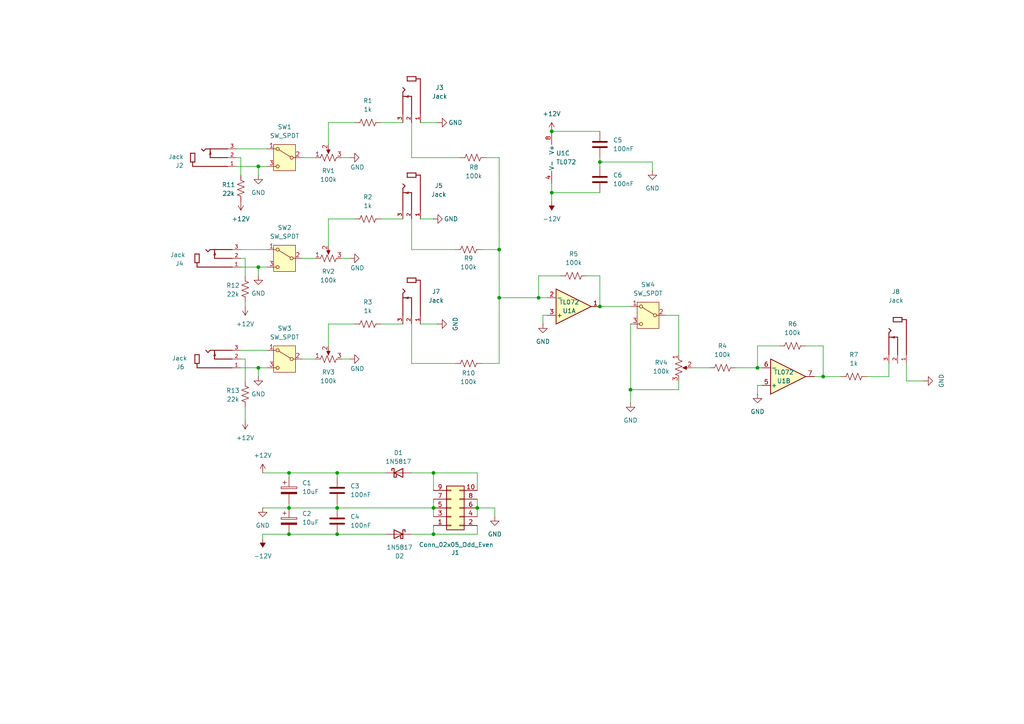
<source format=kicad_sch>
(kicad_sch (version 20250114) (generator "eeschema") (generator_version "9.0")
  (paper "A4")
  (lib_symbols
    (symbol "Amplifier_Operational:TL072" (pin_names (offset 0.127))
      (property "Reference" "U" (at 0 5.08 0))
      (property "Value" "TL072" (at 0 -5.08 0))
      (symbol "TL072_1_1"
        (polyline (pts (xy -5.08 5.08) (xy 5.08 0) (xy -5.08 -5.08) (xy -5.08 5.08)) (stroke (width 0.254)) (fill (type background)))
        (pin input line (at -7.62 2.54 0) (length 2.54) (name "+") (number "3"))
        (pin input line (at -7.62 -2.54 0) (length 2.54) (name "-") (number "2"))
        (pin output line (at 7.62 0 180) (length 2.54) (name "~") (number "1"))
      )
      (symbol "TL072_2_1"
        (polyline (pts (xy -5.08 5.08) (xy 5.08 0) (xy -5.08 -5.08) (xy -5.08 5.08)) (stroke (width 0.254)) (fill (type background)))
        (pin input line (at -7.62 2.54 0) (length 2.54) (name "+") (number "5"))
        (pin input line (at -7.62 -2.54 0) (length 2.54) (name "-") (number "6"))
        (pin output line (at 7.62 0 180) (length 2.54) (name "~") (number "7"))
      )
      (symbol "TL072_3_1"
        (pin power_in line (at -2.54 7.62 270) (length 3.81) (name "V+") (number "8"))
        (pin power_in line (at -2.54 -7.62 90) (length 3.81) (name "V-") (number "4"))
      )
    )
    (symbol "Connector_Generic:Conn_02x05_Odd_Even" (pin_names (offset 1.016) (hide yes))
      (property "Reference" "J" (at 1.27 7.62 0))
      (property "Value" "Conn_02x05_Odd_Even" (at 1.27 -7.62 0))
      (symbol "Conn_02x05_Odd_Even_1_1"
        (rectangle (start -1.27 6.35) (end 3.81 -6.35) (stroke (width 0.254)) (fill (type background)))
        (rectangle (start -1.27 5.207) (end 0 4.953) (stroke (width 0.1524)))
        (rectangle (start -1.27 2.667) (end 0 2.413) (stroke (width 0.1524)))
        (rectangle (start -1.27 0.127) (end 0 -0.127) (stroke (width 0.1524)))
        (rectangle (start -1.27 -2.413) (end 0 -2.667) (stroke (width 0.1524)))
        (rectangle (start -1.27 -4.953) (end 0 -5.207) (stroke (width 0.1524)))
        (rectangle (start 3.81 5.207) (end 2.54 4.953) (stroke (width 0.1524)))
        (rectangle (start 3.81 2.667) (end 2.54 2.413) (stroke (width 0.1524)))
        (rectangle (start 3.81 0.127) (end 2.54 -0.127) (stroke (width 0.1524)))
        (rectangle (start 3.81 -2.413) (end 2.54 -2.667) (stroke (width 0.1524)))
        (rectangle (start 3.81 -4.953) (end 2.54 -5.207) (stroke (width 0.1524)))
        (pin passive line (at -5.08 5.08 0) (length 3.81) (name "Pin_1") (number "1"))
        (pin passive line (at -5.08 2.54 0) (length 3.81) (name "Pin_3") (number "3"))
        (pin passive line (at -5.08 0 0) (length 3.81) (name "Pin_5") (number "5"))
        (pin passive line (at -5.08 -2.54 0) (length 3.81) (name "Pin_7") (number "7"))
        (pin passive line (at -5.08 -5.08 0) (length 3.81) (name "Pin_9") (number "9"))
        (pin passive line (at 7.62 5.08 180) (length 3.81) (name "Pin_2") (number "2"))
        (pin passive line (at 7.62 2.54 180) (length 3.81) (name "Pin_4") (number "4"))
        (pin passive line (at 7.62 0 180) (length 3.81) (name "Pin_6") (number "6"))
        (pin passive line (at 7.62 -2.54 180) (length 3.81) (name "Pin_8") (number "8"))
        (pin passive line (at 7.62 -5.08 180) (length 3.81) (name "Pin_10") (number "10"))
      )
    )
    (symbol "Device:C" (pin_numbers (hide yes)) (pin_names (offset 0.254))
      (property "Reference" "C" (at 0.635 2.54 0))
      (property "Value" "C" (at 0.635 -2.54 0))
      (symbol "C_0_1"
        (polyline (pts (xy -2.032 0.762) (xy 2.032 0.762)) (stroke (width 0.508)))
        (polyline (pts (xy -2.032 -0.762) (xy 2.032 -0.762)) (stroke (width 0.508)))
      )
      (symbol "C_1_1"
        (pin passive line (at 0 3.81 270) (length 2.794) (name "~") (number "1"))
        (pin passive line (at 0 -3.81 90) (length 2.794) (name "~") (number "2"))
      )
    )
    (symbol "Device:C_Polarized" (pin_numbers (hide yes)) (pin_names (offset 0.254))
      (property "Reference" "C" (at 0.635 2.54 0))
      (property "Value" "C_Polarized" (at 0.635 -2.54 0))
      (symbol "C_Polarized_0_1"
        (rectangle (start -2.286 0.508) (end 2.286 1.016))
        (polyline (pts (xy -1.778 2.286) (xy -0.762 2.286)))
        (polyline (pts (xy -1.27 2.794) (xy -1.27 1.778)))
        (rectangle (start 2.286 -0.508) (end -2.286 -1.016) (fill (type outline)))
      )
      (symbol "C_Polarized_1_1"
        (pin passive line (at 0 3.81 270) (length 2.794) (name "~") (number "1"))
        (pin passive line (at 0 -3.81 90) (length 2.794) (name "~") (number "2"))
      )
    )
    (symbol "Device:R_Potentiometer_US" (pin_names (offset 1.016) (hide yes))
      (property "Reference" "RV" (at -4.445 0 90))
      (property "Value" "R_Potentiometer_US" (at -2.54 0 90))
      (symbol "R_Potentiometer_US_0_1"
        (polyline (pts (xy 0 2.54) (xy 0 2.286)))
        (polyline (pts (xy 0 2.286) (xy 1.016 1.905) (xy 0 1.524) (xy -1.016 1.143) (xy 0 0.762)))
        (polyline (pts (xy 0 0.762) (xy 1.016 0.381) (xy 0 0) (xy -1.016 -0.381) (xy 0 -0.762)))
        (polyline (pts (xy 0 -0.762) (xy 1.016 -1.143) (xy 0 -1.524) (xy -1.016 -1.905) (xy 0 -2.286)))
        (polyline (pts (xy 0 -2.286) (xy 0 -2.54)))
        (polyline (pts (xy 1.143 0) (xy 2.286 0.508) (xy 2.286 -0.508) (xy 1.143 0)) (fill (type outline)))
        (polyline (pts (xy 2.54 0) (xy 1.524 0)))
      )
      (symbol "R_Potentiometer_US_1_1"
        (pin passive line (at 0 3.81 270) (length 1.27) (name "1") (number "1"))
        (pin passive line (at 0 -3.81 90) (length 1.27) (name "3") (number "3"))
        (pin passive line (at 3.81 0 180) (length 1.27) (name "2") (number "2"))
      )
    )
    (symbol "Device:R_US" (pin_numbers (hide yes)) (pin_names (offset 0))
      (property "Reference" "R" (at 2.54 0 90))
      (property "Value" "R_US" (at -2.54 0 90))
      (symbol "R_US_0_1"
        (polyline (pts (xy 0 2.286) (xy 0 2.54)))
        (polyline (pts (xy 0 2.286) (xy 1.016 1.905) (xy 0 1.524) (xy -1.016 1.143) (xy 0 0.762)))
        (polyline (pts (xy 0 0.762) (xy 1.016 0.381) (xy 0 0) (xy -1.016 -0.381) (xy 0 -0.762)))
        (polyline (pts (xy 0 -0.762) (xy 1.016 -1.143) (xy 0 -1.524) (xy -1.016 -1.905) (xy 0 -2.286)))
        (polyline (pts (xy 0 -2.286) (xy 0 -2.54)))
      )
      (symbol "R_US_1_1"
        (pin passive line (at 0 3.81 270) (length 1.27) (name "~") (number "1"))
        (pin passive line (at 0 -3.81 90) (length 1.27) (name "~") (number "2"))
      )
    )
    (symbol "Diode:1N5817" (pin_numbers (hide yes)) (pin_names (offset 1.016) (hide yes))
      (property "Reference" "D" (at 0 2.54 0))
      (property "Value" "1N5817" (at 0 -2.54 0))
      (symbol "1N5817_0_1"
        (polyline (pts (xy -1.905 0.635) (xy -1.905 1.27) (xy -1.27 1.27) (xy -1.27 -1.27) (xy -0.635 -1.27) (xy -0.635 -0.635)) (stroke (width 0.254)))
        (polyline (pts (xy 1.27 1.27) (xy 1.27 -1.27) (xy -1.27 0) (xy 1.27 1.27)) (stroke (width 0.254)))
        (polyline (pts (xy 1.27 0) (xy -1.27 0)))
      )
      (symbol "1N5817_1_1"
        (pin passive line (at -3.81 0 0) (length 2.54) (name "K") (number "1"))
        (pin passive line (at 3.81 0 180) (length 2.54) (name "A") (number "2"))
      )
    )
    (symbol "Seattle_Synths:PJ398SM-12" (pin_names (offset 1.016) (hide yes))
      (property "Reference" "J" (at -5.08 2.54 0))
      (property "Value" "PJ398SM-12" (at -5.08 -8.89 0))
      (symbol "PJ398SM-12_0_0"
        (polyline (pts (xy -5.715 -1.27) (xy -5.08 -1.27)) (stroke (width 0.254)))
        (polyline (pts (xy -5.715 -3.81) (xy -5.715 -1.27)) (stroke (width 0.254)))
        (polyline (pts (xy -5.08 0) (xy -5.08 -1.27)) (stroke (width 0.254)))
        (polyline (pts (xy -5.08 -1.27) (xy -4.445 -1.27)) (stroke (width 0.254)))
        (polyline (pts (xy -4.445 -1.27) (xy -4.445 -3.81)) (stroke (width 0.254)))
        (polyline (pts (xy -4.445 -3.81) (xy -5.715 -3.81)) (stroke (width 0.254)))
        (polyline (pts (xy -1.905 -4.445) (xy -2.54 -5.08)) (stroke (width 0.254)))
        (polyline (pts (xy -1.27 -5.08) (xy -1.905 -4.445)) (stroke (width 0.254)))
        (polyline (pts (xy 0 -2.54) (xy 0 -5.08)) (stroke (width 0.254)))
        (polyline (pts (xy 0 -2.54) (xy 5.08 -2.54)) (stroke (width 0.254)))
        (polyline (pts (xy 0 -4.318) (xy 0.254 -3.556) (xy -0.254 -3.556)) (stroke (width 0.254)) (fill (type background)))
        (polyline (pts (xy 5.08 0) (xy -5.08 0)) (stroke (width 0.254)))
        (polyline (pts (xy 5.08 -5.08) (xy -1.27 -5.08)) (stroke (width 0.254)))
        (pin passive line (at 7.62 0 180) (length 2.54) (name "~") (number "1"))
        (pin passive line (at 7.62 -2.54 180) (length 2.54) (name "~") (number "2"))
        (pin passive line (at 7.62 -5.08 180) (length 2.54) (name "~") (number "3"))
      )
    )
    (symbol "Switch:SW_SPDT" (pin_names (offset 0) (hide yes))
      (property "Reference" "SW" (at 0 5.08 0))
      (property "Value" "SW_SPDT" (at 0 -5.08 0))
      (symbol "SW_SPDT_0_1"
        (circle (center -2.032 0) (radius 0.4572))
        (polyline (pts (xy -1.651 0.254) (xy 1.651 2.286)))
        (circle (center 2.032 2.54) (radius 0.4572))
        (circle (center 2.032 -2.54) (radius 0.4572))
      )
      (symbol "SW_SPDT_1_1"
        (rectangle (start -3.175 3.81) (end 3.175 -3.81) (fill (type background)))
        (pin passive line (at -5.08 0 0) (length 2.54) (name "B") (number "2"))
        (pin passive line (at 5.08 2.54 180) (length 2.54) (name "A") (number "1"))
        (pin passive line (at 5.08 -2.54 180) (length 2.54) (name "C") (number "3"))
      )
    )
    (symbol "power:+12V" (power) (pin_numbers (hide yes)) (pin_names (offset 0) (hide yes))
      (property "Value" "+12V" (at 0 3.556 0))
      (symbol "+12V_0_1"
        (polyline (pts (xy -0.762 1.27) (xy 0 2.54)))
        (polyline (pts (xy 0 2.54) (xy 0.762 1.27)))
        (polyline (pts (xy 0 0) (xy 0 2.54)))
      )
      (symbol "+12V_1_1"
        (pin power_in line (at 0 0 90) (length 0) (name "~") (number "1"))
      )
    )
    (symbol "power:-12V" (power) (pin_numbers (hide yes)) (pin_names (offset 0) (hide yes))
      (property "Value" "-12V" (at 0 3.556 0))
      (symbol "-12V_0_0"
        (pin power_in line (at 0 0 90) (length 0) (name "~") (number "1"))
      )
      (symbol "-12V_0_1"
        (polyline (pts (xy 0 0) (xy 0 1.27) (xy 0.762 1.27) (xy 0 2.54) (xy -0.762 1.27) (xy 0 1.27)) (fill (type outline)))
      )
    )
    (symbol "power:GND" (power) (pin_numbers (hide yes)) (pin_names (offset 0) (hide yes))
      (property "Value" "GND" (at 0 -3.81 0))
      (symbol "GND_0_1"
        (polyline (pts (xy 0 0) (xy 0 -1.27) (xy 1.27 -1.27) (xy 0 -2.54) (xy -1.27 -1.27) (xy 0 -1.27)))
      )
      (symbol "GND_1_1"
        (pin power_in line (at 0 0 270) (length 0) (name "~") (number "1"))
      )
    )
  )
  (junction (at 156.21 86.36))
  (junction (at 74.93 106.68))
  (junction (at 97.79 137.16))
  (junction (at 144.78 86.36))
  (junction (at 144.78 72.39))
  (junction (at 173.99 88.9))
  (junction (at 238.76 109.22))
  (junction (at 83.82 147.32))
  (junction (at 74.93 48.26))
  (junction (at 97.79 147.32))
  (junction (at 125.73 147.32))
  (junction (at 125.73 154.94))
  (junction (at 83.82 137.16))
  (junction (at 173.99 46.99))
  (junction (at 125.73 137.16))
  (junction (at 97.79 154.94))
  (junction (at 160.02 55.88))
  (junction (at 138.43 147.32))
  (junction (at 160.02 38.1))
  (junction (at 74.93 77.47))
  (junction (at 219.71 106.68))
  (junction (at 83.82 154.94))
  (junction (at 182.88 113.03))
  (wire (pts (xy 95.25 35.56) (xy 95.25 41.91)))
  (wire (pts (xy 138.43 147.32) (xy 138.43 149.86)))
  (wire (pts (xy 144.78 86.36) (xy 156.21 86.36)))
  (wire (pts (xy 182.88 93.98) (xy 182.88 113.03)))
  (wire (pts (xy 139.7 72.39) (xy 144.78 72.39)))
  (wire (pts (xy 219.71 100.33) (xy 219.71 106.68)))
  (wire (pts (xy 87.63 74.93) (xy 91.44 74.93)))
  (wire (pts (xy 97.79 154.94) (xy 83.82 154.94)))
  (wire (pts (xy 119.38 105.41) (xy 132.08 105.41)))
  (wire (pts (xy 125.73 152.4) (xy 125.73 154.94)))
  (wire (pts (xy 121.92 35.56) (xy 127 35.56)))
  (wire (pts (xy 69.85 45.72) (xy 68.58 45.72)))
  (wire (pts (xy 138.43 154.94) (xy 125.73 154.94)))
  (wire (pts (xy 119.38 72.39) (xy 132.08 72.39)))
  (wire (pts (xy 71.12 74.93) (xy 69.85 74.93)))
  (wire (pts (xy 125.73 63.5) (xy 121.92 63.5)))
  (wire (pts (xy 125.73 144.78) (xy 125.73 147.32)))
  (wire (pts (xy 119.38 45.72) (xy 133.35 45.72)))
  (wire (pts (xy 160.02 38.1) (xy 173.99 38.1)))
  (wire (pts (xy 143.51 147.32) (xy 138.43 147.32)))
  (wire (pts (xy 95.25 93.98) (xy 95.25 100.33)))
  (wire (pts (xy 139.7 105.41) (xy 144.78 105.41)))
  (wire (pts (xy 251.46 109.22) (xy 257.81 109.22)))
  (wire (pts (xy 158.75 91.44) (xy 157.48 91.44)))
  (wire (pts (xy 196.85 91.44) (xy 196.85 102.87)))
  (wire (pts (xy 99.06 45.72) (xy 101.6 45.72)))
  (wire (pts (xy 74.93 48.26) (xy 77.47 48.26)))
  (wire (pts (xy 119.38 93.98) (xy 119.38 105.41)))
  (wire (pts (xy 125.73 137.16) (xy 125.73 142.24)))
  (wire (pts (xy 97.79 137.16) (xy 111.76 137.16)))
  (wire (pts (xy 74.93 77.47) (xy 77.47 77.47)))
  (wire (pts (xy 173.99 88.9) (xy 182.88 88.9)))
  (wire (pts (xy 102.87 93.98) (xy 95.25 93.98)))
  (wire (pts (xy 193.04 91.44) (xy 196.85 91.44)))
  (wire (pts (xy 71.12 104.14) (xy 69.85 104.14)))
  (wire (pts (xy 156.21 86.36) (xy 158.75 86.36)))
  (wire (pts (xy 76.2 147.32) (xy 83.82 147.32)))
  (wire (pts (xy 213.36 106.68) (xy 219.71 106.68)))
  (wire (pts (xy 71.12 110.49) (xy 71.12 104.14)))
  (wire (pts (xy 71.12 88.9) (xy 71.12 87.63)))
  (wire (pts (xy 182.88 113.03) (xy 196.85 113.03)))
  (wire (pts (xy 68.58 48.26) (xy 74.93 48.26)))
  (wire (pts (xy 262.89 105.41) (xy 262.89 110.49)))
  (wire (pts (xy 160.02 55.88) (xy 173.99 55.88)))
  (wire (pts (xy 173.99 80.01) (xy 173.99 88.9)))
  (wire (pts (xy 160.02 55.88) (xy 160.02 53.34)))
  (wire (pts (xy 138.43 144.78) (xy 138.43 147.32)))
  (wire (pts (xy 144.78 86.36) (xy 144.78 105.41)))
  (wire (pts (xy 97.79 154.94) (xy 111.76 154.94)))
  (wire (pts (xy 110.49 63.5) (xy 116.84 63.5)))
  (wire (pts (xy 110.49 35.56) (xy 116.84 35.56)))
  (wire (pts (xy 69.85 77.47) (xy 74.93 77.47)))
  (wire (pts (xy 69.85 50.8) (xy 69.85 45.72)))
  (wire (pts (xy 138.43 137.16) (xy 138.43 142.24)))
  (wire (pts (xy 119.38 45.72) (xy 119.38 35.56)))
  (wire (pts (xy 196.85 113.03) (xy 196.85 110.49)))
  (wire (pts (xy 127 93.98) (xy 121.92 93.98)))
  (wire (pts (xy 138.43 137.16) (xy 125.73 137.16)))
  (wire (pts (xy 95.25 63.5) (xy 95.25 71.12)))
  (wire (pts (xy 69.85 101.6) (xy 77.47 101.6)))
  (wire (pts (xy 95.25 35.56) (xy 102.87 35.56)))
  (wire (pts (xy 83.82 138.43) (xy 83.82 137.16)))
  (wire (pts (xy 83.82 146.05) (xy 83.82 147.32)))
  (wire (pts (xy 262.89 110.49) (xy 267.97 110.49)))
  (wire (pts (xy 68.58 43.18) (xy 77.47 43.18)))
  (wire (pts (xy 74.93 106.68) (xy 77.47 106.68)))
  (wire (pts (xy 119.38 137.16) (xy 125.73 137.16)))
  (wire (pts (xy 83.82 154.94) (xy 76.2 154.94)))
  (wire (pts (xy 170.18 80.01) (xy 173.99 80.01)))
  (wire (pts (xy 233.68 100.33) (xy 238.76 100.33)))
  (wire (pts (xy 257.81 109.22) (xy 257.81 105.41)))
  (wire (pts (xy 99.06 104.14) (xy 101.6 104.14)))
  (wire (pts (xy 76.2 137.16) (xy 83.82 137.16)))
  (wire (pts (xy 157.48 91.44) (xy 157.48 93.98)))
  (wire (pts (xy 138.43 152.4) (xy 138.43 154.94)))
  (wire (pts (xy 238.76 109.22) (xy 243.84 109.22)))
  (wire (pts (xy 69.85 106.68) (xy 74.93 106.68)))
  (wire (pts (xy 220.98 111.76) (xy 219.71 111.76)))
  (wire (pts (xy 119.38 154.94) (xy 125.73 154.94)))
  (wire (pts (xy 69.85 72.39) (xy 77.47 72.39)))
  (wire (pts (xy 110.49 93.98) (xy 116.84 93.98)))
  (wire (pts (xy 97.79 147.32) (xy 125.73 147.32)))
  (wire (pts (xy 74.93 106.68) (xy 74.93 109.22)))
  (wire (pts (xy 173.99 46.99) (xy 173.99 48.26)))
  (wire (pts (xy 162.56 80.01) (xy 156.21 80.01)))
  (wire (pts (xy 99.06 74.93) (xy 101.6 74.93)))
  (wire (pts (xy 71.12 121.92) (xy 71.12 118.11)))
  (wire (pts (xy 236.22 109.22) (xy 238.76 109.22)))
  (wire (pts (xy 160.02 58.42) (xy 160.02 55.88)))
  (wire (pts (xy 182.88 113.03) (xy 182.88 116.84)))
  (wire (pts (xy 226.06 100.33) (xy 219.71 100.33)))
  (wire (pts (xy 71.12 80.01) (xy 71.12 74.93)))
  (wire (pts (xy 219.71 106.68) (xy 220.98 106.68)))
  (wire (pts (xy 87.63 104.14) (xy 91.44 104.14)))
  (wire (pts (xy 95.25 63.5) (xy 102.87 63.5)))
  (wire (pts (xy 125.73 147.32) (xy 125.73 149.86)))
  (wire (pts (xy 144.78 45.72) (xy 144.78 72.39)))
  (wire (pts (xy 219.71 111.76) (xy 219.71 114.3)))
  (wire (pts (xy 238.76 100.33) (xy 238.76 109.22)))
  (wire (pts (xy 97.79 146.05) (xy 97.79 147.32)))
  (wire (pts (xy 119.38 63.5) (xy 119.38 72.39)))
  (wire (pts (xy 143.51 149.86) (xy 143.51 147.32)))
  (wire (pts (xy 83.82 137.16) (xy 97.79 137.16)))
  (wire (pts (xy 76.2 154.94) (xy 76.2 156.21)))
  (wire (pts (xy 189.23 46.99) (xy 189.23 49.53)))
  (wire (pts (xy 156.21 80.01) (xy 156.21 86.36)))
  (wire (pts (xy 74.93 77.47) (xy 74.93 80.01)))
  (wire (pts (xy 74.93 48.26) (xy 74.93 50.8)))
  (wire (pts (xy 200.66 106.68) (xy 205.74 106.68)))
  (wire (pts (xy 144.78 72.39) (xy 144.78 86.36)))
  (wire (pts (xy 173.99 45.72) (xy 173.99 46.99)))
  (wire (pts (xy 87.63 45.72) (xy 91.44 45.72)))
  (wire (pts (xy 83.82 147.32) (xy 97.79 147.32)))
  (wire (pts (xy 97.79 138.43) (xy 97.79 137.16)))
  (wire (pts (xy 140.97 45.72) (xy 144.78 45.72)))
  (wire (pts (xy 173.99 46.99) (xy 189.23 46.99)))
  (symbol (lib_id "Device:R_US") (at 209.55 106.68 90) (unit 1)
    (property "Reference" "R4" (at 209.55 100.33 90))
    (property "Value" "100k" (at 209.55 102.87 90))
    (property "Footprint" "Resistor_SMD:R_0805_2012Metric_Pad1.20x1.40mm_HandSolder" (effects (hide yes)))
    (property "Description" "Resistor, US symbol" (effects (hide yes)))
  )
  (symbol (lib_id "Device:R_Potentiometer_US") (at 95.25 74.93 90) (unit 1)
    (property "Reference" "RV2" (at 95.25 78.74 90))
    (property "Value" "100k" (at 95.25 81.28 90))
    (property "Footprint" "Potentiometer_THT:Potentiometer_Bourns_PTA3043_Single_Slide" (effects (hide yes)))
    (property "Description" "Potentiometer, US symbol" (effects (hide yes)))
  )
  (symbol (lib_id "Switch:SW_SPDT") (at 82.55 74.93 0) (mirror y) (unit 1)
    (property "Reference" "SW2" (at 82.55 66.04 0))
    (property "Value" "SW_SPDT" (at 82.55 68.58 0))
    (property "Footprint" "benjiaomodular:ToggleSwitch_MTS-102_SPDT" (effects (hide yes)))
    (property "Description" "Switch, single pole double throw" (effects (hide yes)))
  )
  (symbol (lib_id "Device:C") (at 97.79 151.13 0) (unit 1)
    (property "Reference" "C4" (at 101.6 149.8599 0) (effects (justify left)))
    (property "Value" "100nF" (at 101.6 152.3999 0) (effects (justify left)))
    (property "Footprint" "Capacitor_SMD:C_0805_2012Metric_Pad1.18x1.45mm_HandSolder" (effects (hide yes)))
    (property "Description" "Unpolarized capacitor" (effects (hide yes)))
  )
  (symbol (lib_id "Device:R_US") (at 166.37 80.01 90) (unit 1)
    (property "Reference" "R5" (at 166.37 73.66 90))
    (property "Value" "100k" (at 166.37 76.2 90))
    (property "Footprint" "Resistor_SMD:R_0805_2012Metric_Pad1.20x1.40mm_HandSolder" (effects (hide yes)))
    (property "Description" "Resistor, US symbol" (effects (hide yes)))
  )
  (symbol (lib_id "Device:C_Polarized") (at 83.82 151.13 0) (unit 1)
    (property "Reference" "C2" (at 87.63 148.9709 0) (effects (justify left)))
    (property "Value" "10uF" (at 87.63 151.5109 0) (effects (justify left)))
    (property "Footprint" "Capacitor_SMD:CP_Elec_4x3" (effects (hide yes)))
    (property "Description" "Polarized capacitor" (effects (hide yes)))
  )
  (symbol (lib_id "power:GND") (at 219.71 114.3 0) (unit 1)
    (property "Reference" "#PWR06" (effects (hide yes)))
    (property "Value" "GND" (at 219.71 119.38 0))
    (property "Description" "Power symbol creates a global label with name \"GND\" , ground" (effects (hide yes)))
  )
  (symbol (lib_id "power:+12V") (at 71.12 88.9 180) (unit 1)
    (property "Reference" "#PWR019" (effects (hide yes)))
    (property "Value" "+12V" (at 71.12 93.98 0))
    (property "Description" "Power symbol creates a global label with name \"+12V\"" (effects (hide yes)))
  )
  (symbol (lib_id "power:GND") (at 267.97 110.49 90) (unit 1)
    (property "Reference" "#PWR013" (effects (hide yes)))
    (property "Value" "GND" (at 273.05 110.49 0))
    (property "Description" "Power symbol creates a global label with name \"GND\" , ground" (effects (hide yes)))
  )
  (symbol (lib_id "Device:C") (at 173.99 52.07 0) (unit 1)
    (property "Reference" "C6" (at 177.8 50.7999 0) (effects (justify left)))
    (property "Value" "100nF" (at 177.8 53.3399 0) (effects (justify left)))
    (property "Footprint" "Capacitor_SMD:C_0805_2012Metric_Pad1.18x1.45mm_HandSolder" (effects (hide yes)))
    (property "Description" "Unpolarized capacitor" (effects (hide yes)))
  )
  (symbol (lib_id "Amplifier_Operational:TL072") (at 166.37 88.9 0) (mirror x) (unit 1)
    (property "Reference" "U1" (at 165.1 90.17 0))
    (property "Value" "TL072" (at 165.1 87.63 0))
    (property "Footprint" "Package_SO:SOIC-8_3.9x4.9mm_P1.27mm" (effects (hide yes)))
    (property "Datasheet" "http://www.ti.com/lit/ds/symlink/tl071.pdf" (effects (hide yes)))
    (property "Description" "Dual Low-Noise JFET-Input Operational Amplifiers, DIP-8/SOIC-8" (effects (hide yes)))
  )
  (symbol (lib_id "Seattle_Synths:PJ398SM-12") (at 121.92 86.36 270) (unit 1)
    (property "Reference" "J7" (at 126.492 84.582 90))
    (property "Value" "Jack" (at 126.492 87.122 90))
    (property "Footprint" "THONK_PJ398SM-12" (effects (hide yes)))
    (property "Description" "Audio Jack, 2 Poles (Mono / TS), Switched T Pole (Normalling)" (effects (hide yes)))
    (property "MAXIMUM_PACKAGE_HEIGHT" "14.5 mm" (effects (hide yes)))
    (property "STANDARD" "Manufacturer Recommendations" (effects (hide yes)))
    (property "PARTREV" "1" (effects (hide yes)))
    (property "MANUFACTURER" "Thonk" (effects (hide yes)))
  )
  (symbol (lib_id "Seattle_Synths:PJ398SM-12") (at 62.23 77.47 0) (mirror x) (unit 1)
    (property "Reference" "J4" (at 52.07 76.454 0))
    (property "Value" "Jack" (at 51.562 73.914 0))
    (property "Footprint" "THONK_PJ398SM-12" (effects (hide yes)))
    (property "Description" "Audio Jack, 2 Poles (Mono / TS), Switched T Pole (Normalling)" (effects (hide yes)))
    (property "MAXIMUM_PACKAGE_HEIGHT" "14.5 mm" (effects (hide yes)))
    (property "STANDARD" "Manufacturer Recommendations" (effects (hide yes)))
    (property "PARTREV" "1" (effects (hide yes)))
    (property "MANUFACTURER" "Thonk" (effects (hide yes)))
  )
  (symbol (lib_id "Device:R_US") (at 135.89 105.41 90) (unit 1)
    (property "Reference" "R10" (at 135.89 108.204 90))
    (property "Value" "100k" (at 135.89 110.744 90))
    (property "Footprint" "Resistor_SMD:R_0805_2012Metric_Pad1.20x1.40mm_HandSolder" (effects (hide yes)))
    (property "Description" "Resistor, US symbol" (effects (hide yes)))
  )
  (symbol (lib_id "power:+12V") (at 160.02 38.1 0) (unit 1)
    (property "Reference" "#PWR014" (effects (hide yes)))
    (property "Value" "+12V" (at 160.02 33.02 0))
    (property "Description" "Power symbol creates a global label with name \"+12V\"" (effects (hide yes)))
  )
  (symbol (lib_id "power:GND") (at 143.51 149.86 0) (unit 1)
    (property "Reference" "#PWR01" (effects (hide yes)))
    (property "Value" "GND" (at 143.51 154.94 0))
    (property "Description" "Power symbol creates a global label with name \"GND\" , ground" (effects (hide yes)))
  )
  (symbol (lib_id "power:GND") (at 74.93 80.01 0) (unit 1)
    (property "Reference" "#PWR018" (effects (hide yes)))
    (property "Value" "GND" (at 74.93 85.09 0))
    (property "Description" "Power symbol creates a global label with name \"GND\" , ground" (effects (hide yes)))
  )
  (symbol (lib_id "Amplifier_Operational:TL072") (at 228.6 109.22 0) (mirror x) (unit 2)
    (property "Reference" "U1" (at 227.33 110.49 0))
    (property "Value" "TL072" (at 227.33 107.95 0))
    (property "Footprint" "Package_SO:SOIC-8_3.9x4.9mm_P1.27mm" (effects (hide yes)))
    (property "Datasheet" "http://www.ti.com/lit/ds/symlink/tl071.pdf" (effects (hide yes)))
    (property "Description" "Dual Low-Noise JFET-Input Operational Amplifiers, DIP-8/SOIC-8" (effects (hide yes)))
  )
  (symbol (lib_id "Device:R_US") (at 106.68 35.56 90) (unit 1)
    (property "Reference" "R1" (at 106.68 29.21 90))
    (property "Value" "1k" (at 106.68 31.75 90))
    (property "Footprint" "Resistor_SMD:R_0805_2012Metric_Pad1.20x1.40mm_HandSolder" (effects (hide yes)))
    (property "Description" "Resistor, US symbol" (effects (hide yes)))
  )
  (symbol (lib_id "power:GND") (at 127 35.56 90) (unit 1)
    (property "Reference" "#PWR08" (effects (hide yes)))
    (property "Value" "GND" (at 130.048 35.56 90) (effects (justify right)))
    (property "Description" "Power symbol creates a global label with name \"GND\" , ground" (effects (hide yes)))
  )
  (symbol (lib_id "Device:R_US") (at 106.68 93.98 90) (unit 1)
    (property "Reference" "R3" (at 106.68 87.63 90))
    (property "Value" "1k" (at 106.68 90.17 90))
    (property "Footprint" "Resistor_SMD:R_0805_2012Metric_Pad1.20x1.40mm_HandSolder" (effects (hide yes)))
    (property "Description" "Resistor, US symbol" (effects (hide yes)))
  )
  (symbol (lib_id "Device:R_US") (at 247.65 109.22 90) (unit 1)
    (property "Reference" "R7" (at 247.65 102.87 90))
    (property "Value" "1k" (at 247.65 105.41 90))
    (property "Footprint" "Resistor_SMD:R_0805_2012Metric_Pad1.20x1.40mm_HandSolder" (effects (hide yes)))
    (property "Description" "Resistor, US symbol" (effects (hide yes)))
  )
  (symbol (lib_id "power:GND") (at 101.6 45.72 90) (unit 1)
    (property "Reference" "#PWR022" (effects (hide yes)))
    (property "Value" "GND" (at 101.6 48.514 90) (effects (justify right)))
    (property "Description" "Power symbol creates a global label with name \"GND\" , ground" (effects (hide yes)))
  )
  (symbol (lib_id "power:GND") (at 182.88 116.84 0) (unit 1)
    (property "Reference" "#PWR017" (effects (hide yes)))
    (property "Value" "GND" (at 182.88 121.92 0))
    (property "Description" "Power symbol creates a global label with name \"GND\" , ground" (effects (hide yes)))
  )
  (symbol (lib_id "Device:C_Polarized") (at 83.82 142.24 0) (unit 1)
    (property "Reference" "C1" (at 87.63 140.0809 0) (effects (justify left)))
    (property "Value" "10uF" (at 87.63 142.6209 0) (effects (justify left)))
    (property "Footprint" "Capacitor_SMD:CP_Elec_4x3" (effects (hide yes)))
    (property "Description" "Polarized capacitor" (effects (hide yes)))
  )
  (symbol (lib_id "Device:R_Potentiometer_US") (at 196.85 106.68 0) (unit 1)
    (property "Reference" "RV4" (at 191.77 105.156 0))
    (property "Value" "100k" (at 191.77 107.696 0))
    (property "Footprint" "Potentiometer_THT:Potentiometer_Bourns_PTA3043_Single_Slide" (effects (hide yes)))
    (property "Description" "Potentiometer, US symbol" (effects (hide yes)))
  )
  (symbol (lib_id "Diode:1N5817") (at 115.57 154.94 0) (mirror y) (unit 1)
    (property "Reference" "D2" (at 115.8875 161.29 0))
    (property "Value" "1N5817" (at 115.8875 158.75 0))
    (property "Footprint" "Diode_SMD:D_SOD-323_HandSoldering" (effects (hide yes)))
    (property "Datasheet" "http://www.vishay.com/docs/88525/1n5817.pdf" (effects (hide yes)))
    (property "Description" "20V 1A Schottky Barrier Rectifier Diode, DO-41" (effects (hide yes)))
  )
  (symbol (lib_id "Seattle_Synths:PJ398SM-12") (at 262.89 97.79 270) (unit 1)
    (property "Reference" "J8" (at 259.842 84.582 90))
    (property "Value" "Jack" (at 259.842 87.122 90))
    (property "Footprint" "THONK_PJ398SM-12" (effects (hide yes)))
    (property "Description" "Audio Jack, 2 Poles (Mono / TS), Switched T Pole (Normalling)" (effects (hide yes)))
    (property "MAXIMUM_PACKAGE_HEIGHT" "14.5 mm" (effects (hide yes)))
    (property "STANDARD" "Manufacturer Recommendations" (effects (hide yes)))
    (property "PARTREV" "1" (effects (hide yes)))
    (property "MANUFACTURER" "Thonk" (effects (hide yes)))
  )
  (symbol (lib_id "Device:R_Potentiometer_US") (at 95.25 45.72 90) (unit 1)
    (property "Reference" "RV1" (at 95.25 49.53 90))
    (property "Value" "100k" (at 95.25 52.07 90))
    (property "Footprint" "Potentiometer_THT:Potentiometer_Bourns_PTA3043_Single_Slide" (effects (hide yes)))
    (property "Description" "Potentiometer, US symbol" (effects (hide yes)))
    (property "Sim.Device" "R" (effects (hide yes)))
    (property "Sim.Pins" "1=+ 2=-" (effects (hide yes)))
    (property "Sim.Params" "r=100k" (effects (hide yes)))
  )
  (symbol (lib_id "Device:R_US") (at 229.87 100.33 90) (unit 1)
    (property "Reference" "R6" (at 229.87 93.98 90))
    (property "Value" "100k" (at 229.87 96.52 90))
    (property "Footprint" "Resistor_SMD:R_0805_2012Metric_Pad1.20x1.40mm_HandSolder" (effects (hide yes)))
    (property "Description" "Resistor, US symbol" (effects (hide yes)))
  )
  (symbol (lib_id "Device:R_US") (at 137.16 45.72 90) (unit 1)
    (property "Reference" "R8" (at 137.414 48.514 90))
    (property "Value" "100k" (at 137.414 51.054 90))
    (property "Footprint" "Resistor_SMD:R_0805_2012Metric_Pad1.20x1.40mm_HandSolder" (effects (hide yes)))
    (property "Description" "Resistor, US symbol" (effects (hide yes)))
  )
  (symbol (lib_id "Switch:SW_SPDT") (at 187.96 91.44 0) (mirror y) (unit 1)
    (property "Reference" "SW4" (at 187.96 82.55 0))
    (property "Value" "SW_SPDT" (at 187.96 85.09 0))
    (property "Footprint" "benjiaomodular:ToggleSwitch_MTS-102_SPDT" (effects (hide yes)))
    (property "Description" "Switch, single pole double throw" (effects (hide yes)))
  )
  (symbol (lib_id "Device:R_US") (at 106.68 63.5 90) (unit 1)
    (property "Reference" "R2" (at 106.68 57.15 90))
    (property "Value" "1k" (at 106.68 59.69 90))
    (property "Footprint" "Resistor_SMD:R_0805_2012Metric_Pad1.20x1.40mm_HandSolder" (effects (hide yes)))
    (property "Description" "Resistor, US symbol" (effects (hide yes)))
  )
  (symbol (lib_id "Seattle_Synths:PJ398SM-12") (at 62.23 106.68 0) (mirror x) (unit 1)
    (property "Reference" "J6" (at 52.324 106.426 0))
    (property "Value" "Jack" (at 52.07 103.886 0))
    (property "Footprint" "THONK_PJ398SM-12" (effects (hide yes)))
    (property "Description" "Audio Jack, 2 Poles (Mono / TS), Switched T Pole (Normalling)" (effects (hide yes)))
    (property "MAXIMUM_PACKAGE_HEIGHT" "14.5 mm" (effects (hide yes)))
    (property "STANDARD" "Manufacturer Recommendations" (effects (hide yes)))
    (property "PARTREV" "1" (effects (hide yes)))
    (property "MANUFACTURER" "Thonk" (effects (hide yes)))
  )
  (symbol (lib_id "Device:R_US") (at 71.12 83.82 0) (unit 1)
    (property "Reference" "R12" (at 67.564 82.804 0))
    (property "Value" "22k" (at 67.564 85.344 0))
    (property "Footprint" "Resistor_SMD:R_0805_2012Metric_Pad1.20x1.40mm_HandSolder" (effects (hide yes)))
    (property "Description" "Resistor, US symbol" (effects (hide yes)))
  )
  (symbol (lib_id "power:+12V") (at 76.2 137.16 0) (unit 1)
    (property "Reference" "#PWR03" (effects (hide yes)))
    (property "Value" "+12V" (at 76.2 132.08 0))
    (property "Description" "Power symbol creates a global label with name \"+12V\"" (effects (hide yes)))
  )
  (symbol (lib_id "power:+12V") (at 71.12 121.92 180) (unit 1)
    (property "Reference" "#PWR011" (effects (hide yes)))
    (property "Value" "+12V" (at 71.12 127 0))
    (property "Description" "Power symbol creates a global label with name \"+12V\"" (effects (hide yes)))
  )
  (symbol (lib_id "power:GND") (at 157.48 93.98 0) (unit 1)
    (property "Reference" "#PWR05" (effects (hide yes)))
    (property "Value" "GND" (at 157.48 99.06 0))
    (property "Description" "Power symbol creates a global label with name \"GND\" , ground" (effects (hide yes)))
  )
  (symbol (lib_id "Device:C") (at 97.79 142.24 0) (unit 1)
    (property "Reference" "C3" (at 101.6 140.9699 0) (effects (justify left)))
    (property "Value" "100nF" (at 101.6 143.5099 0) (effects (justify left)))
    (property "Footprint" "Capacitor_SMD:C_0805_2012Metric_Pad1.18x1.45mm_HandSolder" (effects (hide yes)))
    (property "Description" "Unpolarized capacitor" (effects (hide yes)))
  )
  (symbol (lib_id "Seattle_Synths:PJ398SM-12") (at 121.92 27.94 270) (unit 1)
    (property "Reference" "J3" (at 127.508 25.4 90))
    (property "Value" "Jack" (at 127.508 27.94 90))
    (property "Footprint" "THONK_PJ398SM-12" (effects (hide yes)))
    (property "Description" "Audio Jack, 2 Poles (Mono / TS), Switched T Pole (Normalling)" (effects (hide yes)))
    (property "MAXIMUM_PACKAGE_HEIGHT" "14.5 mm" (effects (hide yes)))
    (property "STANDARD" "Manufacturer Recommendations" (effects (hide yes)))
    (property "PARTREV" "1" (effects (hide yes)))
    (property "MANUFACTURER" "Thonk" (effects (hide yes)))
  )
  (symbol (lib_id "power:-12V") (at 160.02 58.42 180) (unit 1)
    (property "Reference" "#PWR015" (effects (hide yes)))
    (property "Value" "-12V" (at 160.02 63.5 0))
    (property "Description" "Power symbol creates a global label with name \"-12V\"" (effects (hide yes)))
  )
  (symbol (lib_id "power:GND") (at 101.6 74.93 90) (unit 1)
    (property "Reference" "#PWR023" (effects (hide yes)))
    (property "Value" "GND" (at 101.6 77.724 90) (effects (justify right)))
    (property "Description" "Power symbol creates a global label with name \"GND\" , ground" (effects (hide yes)))
  )
  (symbol (lib_id "Device:R_Potentiometer_US") (at 95.25 104.14 90) (unit 1)
    (property "Reference" "RV3" (at 95.25 107.95 90))
    (property "Value" "100k" (at 95.25 110.49 90))
    (property "Footprint" "Potentiometer_THT:Potentiometer_Bourns_PTA3043_Single_Slide" (effects (hide yes)))
    (property "Description" "Potentiometer, US symbol" (effects (hide yes)))
  )
  (symbol (lib_id "Switch:SW_SPDT") (at 82.55 104.14 0) (mirror y) (unit 1)
    (property "Reference" "SW3" (at 82.55 95.25 0))
    (property "Value" "SW_SPDT" (at 82.55 97.79 0))
    (property "Footprint" "benjiaomodular:ToggleSwitch_MTS-102_SPDT" (effects (hide yes)))
    (property "Description" "Switch, single pole double throw" (effects (hide yes)))
  )
  (symbol (lib_id "Switch:SW_SPDT") (at 82.55 45.72 0) (mirror y) (unit 1)
    (property "Reference" "SW1" (at 82.55 36.83 0))
    (property "Value" "SW_SPDT" (at 82.55 39.37 0))
    (property "Footprint" "benjiaomodular:ToggleSwitch_MTS-102_SPDT" (effects (hide yes)))
    (property "Description" "Switch, single pole double throw" (effects (hide yes)))
  )
  (symbol (lib_id "Device:R_US") (at 71.12 114.3 0) (unit 1)
    (property "Reference" "R13" (at 67.564 113.284 0))
    (property "Value" "22k" (at 67.564 115.824 0))
    (property "Footprint" "Resistor_SMD:R_0805_2012Metric_Pad1.20x1.40mm_HandSolder" (effects (hide yes)))
    (property "Description" "Resistor, US symbol" (effects (hide yes)))
  )
  (symbol (lib_id "power:GND") (at 76.2 147.32 0) (unit 1)
    (property "Reference" "#PWR02" (effects (hide yes)))
    (property "Value" "GND" (at 76.2 152.4 0))
    (property "Description" "Power symbol creates a global label with name \"GND\" , ground" (effects (hide yes)))
  )
  (symbol (lib_id "power:GND") (at 74.93 50.8 0) (unit 1)
    (property "Reference" "#PWR07" (effects (hide yes)))
    (property "Value" "GND" (at 74.93 55.88 0))
    (property "Description" "Power symbol creates a global label with name \"GND\" , ground" (effects (hide yes)))
  )
  (symbol (lib_id "power:GND") (at 101.6 104.14 90) (unit 1)
    (property "Reference" "#PWR024" (effects (hide yes)))
    (property "Value" "GND" (at 101.6 106.934 90) (effects (justify right)))
    (property "Description" "Power symbol creates a global label with name \"GND\" , ground" (effects (hide yes)))
  )
  (symbol (lib_id "Amplifier_Operational:TL072") (at 162.56 45.72 0) (unit 3)
    (property "Reference" "U1" (at 161.29 44.4499 0) (effects (justify left)))
    (property "Value" "TL072" (at 161.29 46.9899 0) (effects (justify left)))
    (property "Footprint" "Package_SO:SOIC-8_3.9x4.9mm_P1.27mm" (effects (hide yes)))
    (property "Datasheet" "http://www.ti.com/lit/ds/symlink/tl071.pdf" (effects (hide yes)))
    (property "Description" "Dual Low-Noise JFET-Input Operational Amplifiers, DIP-8/SOIC-8" (effects (hide yes)))
  )
  (symbol (lib_id "power:GND") (at 125.73 63.5 90) (unit 1)
    (property "Reference" "#PWR010" (effects (hide yes)))
    (property "Value" "GND" (at 130.81 63.5 90))
    (property "Description" "Power symbol creates a global label with name \"GND\" , ground" (effects (hide yes)))
  )
  (symbol (lib_id "Seattle_Synths:PJ398SM-12") (at 60.96 48.26 0) (mirror x) (unit 1)
    (property "Reference" "J2" (at 52.07 48.006 0))
    (property "Value" "Jack" (at 51.054 45.466 0))
    (property "Footprint" "THONK_PJ398SM-12" (effects (hide yes)))
    (property "Description" "Audio Jack, 2 Poles (Mono / TS), Switched T Pole (Normalling)" (effects (hide yes)))
    (property "MAXIMUM_PACKAGE_HEIGHT" "14.5 mm" (effects (hide yes)))
    (property "STANDARD" "Manufacturer Recommendations" (effects (hide yes)))
    (property "PARTREV" "1" (effects (hide yes)))
    (property "MANUFACTURER" "Thonk" (effects (hide yes)))
  )
  (symbol (lib_id "Device:R_US") (at 135.89 72.39 90) (unit 1)
    (property "Reference" "R9" (at 135.89 74.93 90))
    (property "Value" "100k" (at 135.89 77.47 90))
    (property "Footprint" "Resistor_SMD:R_0805_2012Metric_Pad1.20x1.40mm_HandSolder" (effects (hide yes)))
    (property "Description" "Resistor, US symbol" (effects (hide yes)))
  )
  (symbol (lib_id "power:GND") (at 74.93 109.22 0) (unit 1)
    (property "Reference" "#PWR09" (effects (hide yes)))
    (property "Value" "GND" (at 74.93 114.3 0))
    (property "Description" "Power symbol creates a global label with name \"GND\" , ground" (effects (hide yes)))
  )
  (symbol (lib_id "power:GND") (at 127 93.98 90) (unit 1)
    (property "Reference" "#PWR012" (effects (hide yes)))
    (property "Value" "GND" (at 132.08 93.98 0))
    (property "Description" "Power symbol creates a global label with name \"GND\" , ground" (effects (hide yes)))
  )
  (symbol (lib_id "Device:C") (at 173.99 41.91 0) (unit 1)
    (property "Reference" "C5" (at 177.8 40.6399 0) (effects (justify left)))
    (property "Value" "100nF" (at 177.8 43.1799 0) (effects (justify left)))
    (property "Footprint" "Capacitor_SMD:C_0805_2012Metric_Pad1.18x1.45mm_HandSolder" (effects (hide yes)))
    (property "Description" "Unpolarized capacitor" (effects (hide yes)))
  )
  (symbol (lib_id "Connector_Generic:Conn_02x05_Odd_Even") (at 130.81 147.32 0) (mirror x) (unit 1)
    (property "Reference" "J1" (at 132.08 160.274 0))
    (property "Value" "Conn_02x05_Odd_Even" (at 132.334 157.988 0))
    (property "Footprint" "Connector_PinHeader_2.54mm:PinHeader_2x05_P2.54mm_Vertical" (effects (hide yes)))
    (property "Description" "Generic connector, double row, 02x05, odd/even pin numbering scheme (row 1 odd numbers, row 2 even numbers), script generated (kicad-library-utils/schlib/autogen/connector/)" (effects (hide yes)))
  )
  (symbol (lib_id "Diode:1N5817") (at 115.57 137.16 0) (unit 1)
    (property "Reference" "D1" (at 115.5446 131.318 0))
    (property "Value" "1N5817" (at 115.5446 133.858 0))
    (property "Footprint" "Diode_SMD:D_SOD-323_HandSoldering" (effects (hide yes)))
    (property "Datasheet" "http://www.vishay.com/docs/88525/1n5817.pdf" (effects (hide yes)))
    (property "Description" "20V 1A Schottky Barrier Rectifier Diode, DO-41" (effects (hide yes)))
  )
  (symbol (lib_id "power:GND") (at 189.23 49.53 0) (unit 1)
    (property "Reference" "#PWR016" (effects (hide yes)))
    (property "Value" "GND" (at 189.23 54.61 0))
    (property "Description" "Power symbol creates a global label with name \"GND\" , ground" (effects (hide yes)))
  )
  (symbol (lib_id "power:+12V") (at 69.85 58.42 180) (unit 1)
    (property "Reference" "#PWR020" (effects (hide yes)))
    (property "Value" "+12V" (at 69.85 63.5 0))
    (property "Description" "Power symbol creates a global label with name \"+12V\"" (effects (hide yes)))
  )
  (symbol (lib_id "Seattle_Synths:PJ398SM-12") (at 121.92 55.88 270) (unit 1)
    (property "Reference" "J5" (at 127.254 53.848 90))
    (property "Value" "Jack" (at 127.254 56.388 90))
    (property "Footprint" "THONK_PJ398SM-12" (effects (hide yes)))
    (property "Description" "Audio Jack, 2 Poles (Mono / TS), Switched T Pole (Normalling)" (effects (hide yes)))
    (property "MAXIMUM_PACKAGE_HEIGHT" "14.5 mm" (effects (hide yes)))
    (property "STANDARD" "Manufacturer Recommendations" (effects (hide yes)))
    (property "PARTREV" "1" (effects (hide yes)))
    (property "MANUFACTURER" "Thonk" (effects (hide yes)))
  )
  (symbol (lib_id "power:-12V") (at 76.2 156.21 180) (unit 1)
    (property "Reference" "#PWR04" (effects (hide yes)))
    (property "Value" "-12V" (at 76.2 161.29 0))
    (property "Description" "Power symbol creates a global label with name \"-12V\"" (effects (hide yes)))
  )
  (symbol (lib_id "Device:R_US") (at 69.85 54.61 0) (unit 1)
    (property "Reference" "R11" (at 66.294 53.594 0))
    (property "Value" "22k" (at 66.294 56.134 0))
    (property "Footprint" "Resistor_SMD:R_0805_2012Metric_Pad1.20x1.40mm_HandSolder" (effects (hide yes)))
    (property "Description" "Resistor, US symbol" (effects (hide yes)))
  )
)
</source>
